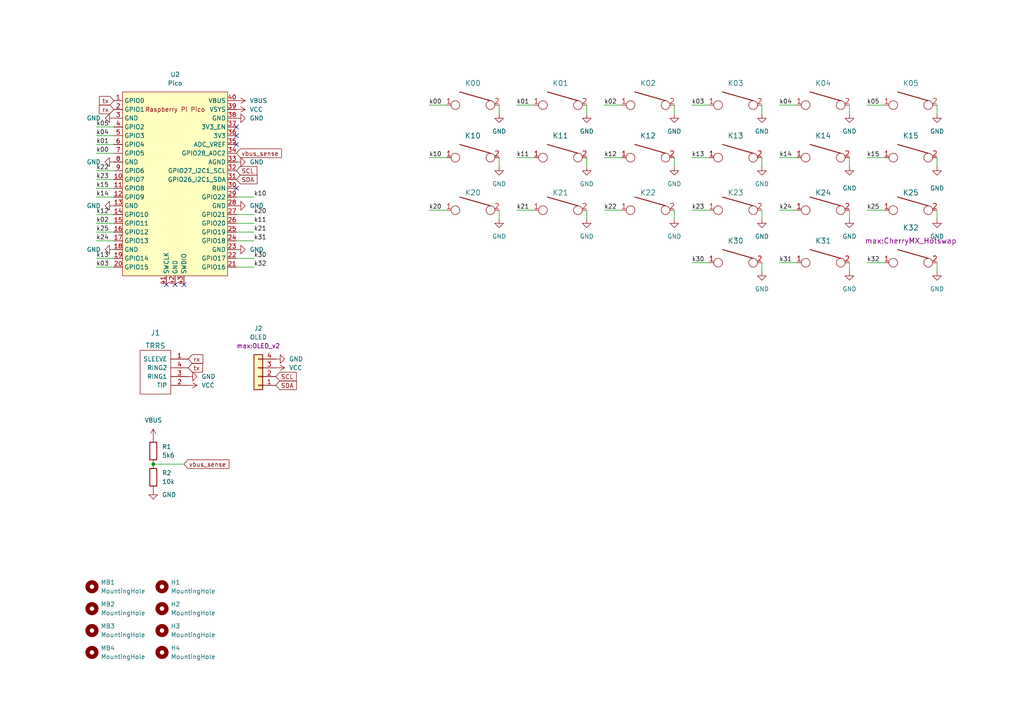
<source format=kicad_sch>
(kicad_sch (version 20211123) (generator eeschema)
  (paper "A4")
  (title_block (rev "rev1.0"))
  (lib_symbols
    (symbol "Device:R" (pin_numbers hide) (pin_names (offset 0))
      (property "Reference" "R" (at 2.032 0 90))
      (property "Value" "R" (at 0 0 90))
      (symbol "R_0_1"
        (rectangle (start -1.016 -2.54) (end 1.016 2.54) (stroke (width 0.254)))
      )
      (symbol "R_1_1"
        (pin passive line (at 0 3.81 270) (length 1.27) (name "~") (number "1"))
        (pin passive line (at 0 -3.81 90) (length 1.27) (name "~") (number "2"))
      )
    )
    (symbol "KiCad-RP-Pico:Pico"
      (property "Reference" "U2" (at 0 31.75 0))
      (property "Value" "Pico" (at 0 29.21 0))
      (symbol "Pico_0_0"
        (text "Raspberry Pi Pico" (at 0 21.59 0) (effects (font (size 1.27 1.27))))
      )
      (symbol "Pico_0_1"
        (rectangle (start -15.24 26.67) (end 15.24 -26.67) (fill (type background)))
      )
      (symbol "Pico_1_1"
        (pin bidirectional line (at -17.78 24.13 0) (length 2.54) (name "GPIO0") (number "1"))
        (pin bidirectional line (at -17.78 1.27 0) (length 2.54) (name "GPIO7") (number "10"))
        (pin bidirectional line (at -17.78 -1.27 0) (length 2.54) (name "GPIO8") (number "11"))
        (pin bidirectional line (at -17.78 -3.81 0) (length 2.54) (name "GPIO9") (number "12"))
        (pin power_in line (at -17.78 -6.35 0) (length 2.54) (name "GND") (number "13"))
        (pin bidirectional line (at -17.78 -8.89 0) (length 2.54) (name "GPIO10") (number "14"))
        (pin bidirectional line (at -17.78 -11.43 0) (length 2.54) (name "GPIO11") (number "15"))
        (pin bidirectional line (at -17.78 -13.97 0) (length 2.54) (name "GPIO12") (number "16"))
        (pin bidirectional line (at -17.78 -16.51 0) (length 2.54) (name "GPIO13") (number "17"))
        (pin power_in line (at -17.78 -19.05 0) (length 2.54) (name "GND") (number "18"))
        (pin bidirectional line (at -17.78 -21.59 0) (length 2.54) (name "GPIO14") (number "19"))
        (pin bidirectional line (at -17.78 21.59 0) (length 2.54) (name "GPIO1") (number "2"))
        (pin bidirectional line (at -17.78 -24.13 0) (length 2.54) (name "GPIO15") (number "20"))
        (pin bidirectional line (at 17.78 -24.13 180) (length 2.54) (name "GPIO16") (number "21"))
        (pin bidirectional line (at 17.78 -21.59 180) (length 2.54) (name "GPIO17") (number "22"))
        (pin power_in line (at 17.78 -19.05 180) (length 2.54) (name "GND") (number "23"))
        (pin bidirectional line (at 17.78 -16.51 180) (length 2.54) (name "GPIO18") (number "24"))
        (pin bidirectional line (at 17.78 -13.97 180) (length 2.54) (name "GPIO19") (number "25"))
        (pin bidirectional line (at 17.78 -11.43 180) (length 2.54) (name "GPIO20") (number "26"))
        (pin bidirectional line (at 17.78 -8.89 180) (length 2.54) (name "GPIO21") (number "27"))
        (pin power_in line (at 17.78 -6.35 180) (length 2.54) (name "GND") (number "28"))
        (pin bidirectional line (at 17.78 -3.81 180) (length 2.54) (name "GPIO22") (number "29"))
        (pin power_in line (at -17.78 19.05 0) (length 2.54) (name "GND") (number "3"))
        (pin input line (at 17.78 -1.27 180) (length 2.54) (name "RUN") (number "30"))
        (pin bidirectional line (at 17.78 1.27 180) (length 2.54) (name "GPIO26_I2C1_SDA") (number "31"))
        (pin bidirectional line (at 17.78 3.81 180) (length 2.54) (name "GPIO27_I2C1_SCL") (number "32"))
        (pin power_in line (at 17.78 6.35 180) (length 2.54) (name "AGND") (number "33"))
        (pin bidirectional line (at 17.78 8.89 180) (length 2.54) (name "GPIO28_ADC2") (number "34"))
        (pin power_in line (at 17.78 11.43 180) (length 2.54) (name "ADC_VREF") (number "35"))
        (pin power_in line (at 17.78 13.97 180) (length 2.54) (name "3V3") (number "36"))
        (pin input line (at 17.78 16.51 180) (length 2.54) (name "3V3_EN") (number "37"))
        (pin bidirectional line (at 17.78 19.05 180) (length 2.54) (name "GND") (number "38"))
        (pin power_in line (at 17.78 21.59 180) (length 2.54) (name "VSYS") (number "39"))
        (pin bidirectional line (at -17.78 16.51 0) (length 2.54) (name "GPIO2") (number "4"))
        (pin power_in line (at 17.78 24.13 180) (length 2.54) (name "VBUS") (number "40"))
        (pin input line (at -2.54 -29.21 90) (length 2.54) (name "SWCLK") (number "41"))
        (pin power_in line (at 0 -29.21 90) (length 2.54) (name "GND") (number "42"))
        (pin bidirectional line (at 2.54 -29.21 90) (length 2.54) (name "SWDIO") (number "43"))
        (pin bidirectional line (at -17.78 13.97 0) (length 2.54) (name "GPIO3") (number "5"))
        (pin bidirectional line (at -17.78 11.43 0) (length 2.54) (name "GPIO4") (number "6"))
        (pin bidirectional line (at -17.78 8.89 0) (length 2.54) (name "GPIO5") (number "7"))
        (pin power_in line (at -17.78 6.35 0) (length 2.54) (name "GND") (number "8"))
        (pin bidirectional line (at -17.78 3.81 0) (length 2.54) (name "GPIO6") (number "9"))
      )
    )
    (symbol "Mechanical:MountingHole" (pin_names (offset 1.016))
      (property "Reference" "H" (at 0 5.08 0))
      (property "Value" "MountingHole" (at 0 3.175 0))
      (symbol "MountingHole_0_1"
        (circle (center 0 0) (radius 1.27) (stroke (width 1.27)))
      )
    )
    (symbol "keebio:TRRS" (pin_names (offset 1.016))
      (property "Reference" "U" (at 0 15.24 0))
      (property "Value" "TRRS" (at 0 -2.54 0))
      (symbol "TRRS_0_1"
        (rectangle (start -3.81 0) (end -3.81 12.7))
        (rectangle (start -3.81 12.7) (end 5.08 12.7))
        (rectangle (start 5.08 0) (end -3.81 0))
        (rectangle (start 5.08 12.7) (end 5.08 0))
      )
      (symbol "TRRS_1_1"
        (pin input line (at -8.89 2.54 0) (length 5.08) (name "SLEEVE") (number "1"))
        (pin input line (at -8.89 10.16 0) (length 5.08) (name "TIP") (number "2"))
        (pin input line (at -8.89 7.62 0) (length 5.08) (name "RING1") (number "3"))
        (pin input line (at -8.89 5.08 0) (length 5.08) (name "RING2") (number "4"))
      )
    )
    (symbol "keyboard_parts:KEYSW" (pin_names (offset 1.016))
      (property "Reference" "K?" (at -1.27 0 0))
      (symbol "KEYSW_0_1"
        (circle (center -5.08 0) (radius 1.27))
        (polyline (pts (xy -5.08 1.27) (xy 3.81 3.81)) (stroke (width 0.254)))
        (circle (center 5.08 0) (radius 1.27))
      )
      (symbol "KEYSW_1_1"
        (pin passive line (at 7.62 0 180) (length 1.27) (name "~") (number "1"))
        (pin passive line (at -7.62 0 0) (length 1.27) (name "~") (number "2"))
      )
    )
    (symbol "max:Conn_01x04" (pin_names (offset 1.016) hide)
      (property "Reference" "J2" (at 0 8.89 0))
      (property "Value" "Conn_01x04" (at 0 -6.35 0))
      (symbol "Conn_01x04_1_1"
        (rectangle (start -1.27 -4.953) (end 0 -5.207) (stroke (width 0.1524)))
        (rectangle (start -1.27 -2.413) (end 0 -2.667) (stroke (width 0.1524)))
        (rectangle (start -1.27 0.127) (end 0 -0.127) (stroke (width 0.1524)))
        (rectangle (start -1.27 2.667) (end 0 2.413) (stroke (width 0.1524)))
        (rectangle (start -1.27 3.81) (end 1.27 -6.35) (stroke (width 0.254)) (fill (type background)))
        (pin passive line (at -5.08 2.54 0) (length 3.81) (name "Pin_1") (number "1"))
        (pin passive line (at -5.08 0 0) (length 3.81) (name "Pin_2") (number "2"))
        (pin passive line (at -5.08 -2.54 0) (length 3.81) (name "Pin_3") (number "3"))
        (pin passive line (at -5.08 -5.08 0) (length 3.81) (name "Pin_4") (number "4"))
      )
    )
    (symbol "power:GND" (power) (pin_names (offset 0))
      (property "Value" "GND" (at 0 -3.81 0))
      (symbol "GND_0_1"
        (polyline (pts (xy 0 0) (xy 0 -1.27) (xy 1.27 -1.27) (xy 0 -2.54) (xy -1.27 -1.27) (xy 0 -1.27)))
      )
      (symbol "GND_1_1"
        (pin power_in line (at 0 0 270) (length 0) hide (name "GND") (number "1"))
      )
    )
    (symbol "power:VBUS" (power) (pin_names (offset 0))
      (property "Value" "VBUS" (at 0 3.81 0))
      (symbol "VBUS_0_1"
        (polyline (pts (xy -0.762 1.27) (xy 0 2.54)))
        (polyline (pts (xy 0 0) (xy 0 2.54)))
        (polyline (pts (xy 0 2.54) (xy 0.762 1.27)))
      )
      (symbol "VBUS_1_1"
        (pin power_in line (at 0 0 90) (length 0) hide (name "VBUS") (number "1"))
      )
    )
    (symbol "power:VCC" (power) (pin_names (offset 0))
      (property "Value" "VCC" (at 0 3.81 0))
      (symbol "VCC_0_1"
        (polyline (pts (xy -0.762 1.27) (xy 0 2.54)))
        (polyline (pts (xy 0 0) (xy 0 2.54)))
        (polyline (pts (xy 0 2.54) (xy 0.762 1.27)))
      )
      (symbol "VCC_1_1"
        (pin power_in line (at 0 0 90) (length 0) hide (name "VCC") (number "1"))
      )
    )
  )
  (junction (at 44.45 134.62))
  (no_connect (at 53.34 82.55))
  (no_connect (at 50.8 82.55))
  (no_connect (at 48.26 82.55))
  (no_connect (at 68.58 39.37))
  (no_connect (at 68.58 41.91))
  (no_connect (at 68.58 36.83))
  (no_connect (at 68.58 54.61))
  (wire (pts (xy 149.86 60.96) (xy 154.94 60.96)))
  (wire (pts (xy 27.94 41.91) (xy 33.02 41.91)))
  (wire (pts (xy 200.66 45.72) (xy 205.74 45.72)))
  (wire (pts (xy 251.46 30.48) (xy 256.54 30.48)))
  (wire (pts (xy 124.46 45.72) (xy 129.54 45.72)))
  (wire (pts (xy 200.66 60.96) (xy 205.74 60.96)))
  (wire (pts (xy 68.58 67.31) (xy 73.66 67.31)))
  (wire (pts (xy 149.86 45.72) (xy 154.94 45.72)))
  (wire (pts (xy 27.94 49.53) (xy 33.02 49.53)))
  (wire (pts (xy 68.58 62.23) (xy 73.66 62.23)))
  (wire (pts (xy 27.94 74.93) (xy 33.02 74.93)))
  (wire (pts (xy 175.26 60.96) (xy 180.34 60.96)))
  (wire (pts (xy 251.46 60.96) (xy 256.54 60.96)))
  (wire (pts (xy 195.58 63.5) (xy 195.58 60.96)))
  (wire (pts (xy 144.78 63.5) (xy 144.78 60.96)))
  (wire (pts (xy 246.38 48.26) (xy 246.38 45.72)))
  (wire (pts (xy 220.98 48.26) (xy 220.98 45.72)))
  (wire (pts (xy 144.78 48.26) (xy 144.78 45.72)))
  (wire (pts (xy 27.94 67.31) (xy 33.02 67.31)))
  (wire (pts (xy 27.94 77.47) (xy 33.02 77.47)))
  (wire (pts (xy 175.26 45.72) (xy 180.34 45.72)))
  (wire (pts (xy 246.38 78.74) (xy 246.38 76.2)))
  (wire (pts (xy 271.78 48.26) (xy 271.78 45.72)))
  (wire (pts (xy 200.66 76.2) (xy 205.74 76.2)))
  (wire (pts (xy 226.06 45.72) (xy 231.14 45.72)))
  (wire (pts (xy 68.58 57.15) (xy 73.66 57.15)))
  (wire (pts (xy 200.66 30.48) (xy 205.74 30.48)))
  (wire (pts (xy 220.98 78.74) (xy 220.98 76.2)))
  (wire (pts (xy 271.78 63.5) (xy 271.78 60.96)))
  (wire (pts (xy 124.46 60.96) (xy 129.54 60.96)))
  (wire (pts (xy 27.94 69.85) (xy 33.02 69.85)))
  (wire (pts (xy 27.94 54.61) (xy 33.02 54.61)))
  (wire (pts (xy 144.78 33.02) (xy 144.78 30.48)))
  (wire (pts (xy 195.58 48.26) (xy 195.58 45.72)))
  (wire (pts (xy 170.18 63.5) (xy 170.18 60.96)))
  (wire (pts (xy 246.38 63.5) (xy 246.38 60.96)))
  (wire (pts (xy 226.06 30.48) (xy 231.14 30.48)))
  (wire (pts (xy 124.46 30.48) (xy 129.54 30.48)))
  (wire (pts (xy 27.94 39.37) (xy 33.02 39.37)))
  (wire (pts (xy 27.94 57.15) (xy 33.02 57.15)))
  (wire (pts (xy 170.18 48.26) (xy 170.18 45.72)))
  (wire (pts (xy 175.26 30.48) (xy 180.34 30.48)))
  (wire (pts (xy 68.58 74.93) (xy 73.66 74.93)))
  (wire (pts (xy 27.94 36.83) (xy 33.02 36.83)))
  (wire (pts (xy 27.94 64.77) (xy 33.02 64.77)))
  (wire (pts (xy 44.45 134.62) (xy 53.34 134.62)))
  (wire (pts (xy 68.58 77.47) (xy 73.66 77.47)))
  (wire (pts (xy 195.58 33.02) (xy 195.58 30.48)))
  (wire (pts (xy 251.46 45.72) (xy 256.54 45.72)))
  (wire (pts (xy 27.94 44.45) (xy 33.02 44.45)))
  (wire (pts (xy 226.06 60.96) (xy 231.14 60.96)))
  (wire (pts (xy 68.58 64.77) (xy 73.66 64.77)))
  (wire (pts (xy 170.18 33.02) (xy 170.18 30.48)))
  (wire (pts (xy 226.06 76.2) (xy 231.14 76.2)))
  (wire (pts (xy 271.78 33.02) (xy 271.78 30.48)))
  (wire (pts (xy 246.38 33.02) (xy 246.38 30.48)))
  (wire (pts (xy 251.46 76.2) (xy 256.54 76.2)))
  (wire (pts (xy 220.98 33.02) (xy 220.98 30.48)))
  (wire (pts (xy 27.94 52.07) (xy 33.02 52.07)))
  (wire (pts (xy 27.94 62.23) (xy 33.02 62.23)))
  (wire (pts (xy 149.86 30.48) (xy 154.94 30.48)))
  (wire (pts (xy 68.58 69.85) (xy 73.66 69.85)))
  (wire (pts (xy 271.78 78.74) (xy 271.78 76.2)))
  (wire (pts (xy 220.98 63.5) (xy 220.98 60.96)))
  (label "k11" (at 73.66 64.77 0))
  (label "k21" (at 73.66 67.31 0))
  (label "k13" (at 27.94 74.93 0))
  (label "k30" (at 200.66 76.2 0))
  (label "k02" (at 175.26 30.48 0))
  (label "k04" (at 226.06 30.48 0))
  (label "k20" (at 73.66 62.23 0))
  (label "k00" (at 27.94 44.45 0))
  (label "k01" (at 27.94 41.91 0))
  (label "k00" (at 124.46 30.48 0))
  (label "k03" (at 200.66 30.48 0))
  (label "k15" (at 251.46 45.72 0))
  (label "k23" (at 200.66 60.96 0))
  (label "k10" (at 73.66 57.15 0))
  (label "k24" (at 226.06 60.96 0))
  (label "k05" (at 251.46 30.48 0))
  (label "k32" (at 73.66 77.47 0))
  (label "k22" (at 175.26 60.96 0))
  (label "k03" (at 27.94 77.47 0))
  (label "k02" (at 27.94 64.77 0))
  (label "k01" (at 149.86 30.48 0))
  (label "k22" (at 27.94 49.53 0))
  (label "k10" (at 124.46 45.72 0))
  (label "k12" (at 27.94 62.23 0))
  (label "k30" (at 73.66 74.93 0))
  (label "k31" (at 73.66 69.85 0))
  (label "k24" (at 27.94 69.85 0))
  (label "k32" (at 251.46 76.2 0))
  (label "k14" (at 226.06 45.72 0))
  (label "k12" (at 175.26 45.72 0))
  (label "k23" (at 27.94 52.07 0))
  (label "k11" (at 149.86 45.72 0))
  (label "k15" (at 27.94 54.61 0))
  (label "k25" (at 27.94 67.31 0))
  (label "k04" (at 27.94 39.37 0))
  (label "k31" (at 226.06 76.2 0))
  (label "k13" (at 200.66 45.72 0))
  (label "k21" (at 149.86 60.96 0))
  (label "k25" (at 251.46 60.96 0))
  (label "k05" (at 27.94 36.83 0))
  (label "k14" (at 27.94 57.15 0))
  (label "k20" (at 124.46 60.96 0))
  (global_label "SDA" (shape input) (at 68.58 52.07 0) (property "Intersheet References" "${INTERSHEET_REFS}" (effects hide)))
  (global_label "SDA" (shape input) (at 80.01 111.76 0) (property "Intersheet References" "${INTERSHEET_REFS}" (effects hide)))
  (global_label "SCL" (shape input) (at 68.58 49.53 0) (property "Intersheet References" "${INTERSHEET_REFS}" (effects hide)))
  (global_label "rx" (shape input) (at 54.61 104.14 0) (property "Intersheet References" "${INTERSHEET_REFS}" (effects hide)))
  (global_label "vbus_sense" (shape input) (at 53.34 134.62 0) (property "Intersheet References" "${INTERSHEET_REFS}" (effects hide)))
  (global_label "SCL" (shape input) (at 80.01 109.22 0) (property "Intersheet References" "${INTERSHEET_REFS}" (effects hide)))
  (global_label "tx" (shape input) (at 54.61 106.68 0) (property "Intersheet References" "${INTERSHEET_REFS}" (effects hide)))
  (global_label "tx" (shape input) (at 33.02 29.21 180) (property "Intersheet References" "${INTERSHEET_REFS}" (effects hide)))
  (global_label "vbus_sense" (shape input) (at 68.58 44.45 0) (property "Intersheet References" "${INTERSHEET_REFS}" (effects hide)))
  (global_label "rx" (shape input) (at 33.02 31.75 180) (property "Intersheet References" "${INTERSHEET_REFS}" (effects hide)))
  (symbol (lib_id "keyboard_parts:KEYSW") (at 264.16 76.2 0) (mirror y) (unit 1)
    (property "Reference" "K32" (at 264.16 66.04 0) (effects (font (size 1.524 1.524))))
    (property "Value" "KEYSW" (effects hide))
    (property "Footprint" "max:CherryMX_Hotswap" (at 264.16 69.85 0) (effects (font (size 1.524 1.524))))
  )
  (symbol (lib_id "Mechanical:MountingHole") (at 26.67 182.88 0) (unit 1)
    (property "Reference" "MB3" (at 29.21 181.6099 0) (effects (justify left)))
    (property "Value" "MountingHole" (at 29.21 184.1499 0) (effects (justify left)))
    (property "Footprint" "beekeeb_lib:mousebites_3" (effects hide))
  )
  (symbol (lib_id "power:GND") (at 195.58 48.26 0) (unit 1)
    (property "Reference" "#PWR0104" (effects hide))
    (property "Value" "GND" (at 195.58 53.34 0))
  )
  (symbol (lib_id "power:VBUS") (at 68.58 29.21 270) (unit 1)
    (property "Reference" "#PWR0124" (effects hide))
    (property "Value" "VBUS" (at 72.39 29.2099 90) (effects (justify left)))
  )
  (symbol (lib_id "power:GND") (at 33.02 59.69 270) (unit 1)
    (property "Reference" "#PWR0128" (effects hide))
    (property "Value" "GND" (at 29.21 59.6899 90) (effects (justify right)))
  )
  (symbol (lib_id "keyboard_parts:KEYSW") (at 238.76 60.96 0) (mirror y) (unit 1)
    (property "Reference" "K24" (at 238.76 55.88 0) (effects (font (size 1.524 1.524))))
    (property "Value" "KEYSW" (effects hide))
    (property "Footprint" "max:CherryMX_Hotswap" (effects hide))
  )
  (symbol (lib_id "power:GND") (at 68.58 46.99 90) (unit 1)
    (property "Reference" "#PWR0111" (effects hide))
    (property "Value" "GND" (at 72.39 46.9899 90) (effects (justify right)))
  )
  (symbol (lib_id "power:GND") (at 54.61 109.22 90) (unit 1)
    (property "Reference" "#PWR0126" (effects hide))
    (property "Value" "GND" (at 58.42 109.2199 90) (effects (justify right)))
  )
  (symbol (lib_id "keyboard_parts:KEYSW") (at 137.16 30.48 0) (mirror y) (unit 1)
    (property "Reference" "K00" (at 137.16 24.13 0) (effects (font (size 1.524 1.524))))
    (property "Value" "KEYSW" (effects hide))
    (property "Footprint" "max:CherryMX_Hotswap" (effects hide))
  )
  (symbol (lib_id "Mechanical:MountingHole") (at 46.99 189.23 0) (unit 1)
    (property "Reference" "H4" (at 49.53 187.9599 0) (effects (justify left)))
    (property "Value" "MountingHole" (at 49.53 190.4999 0) (effects (justify left)))
    (property "Footprint" "beekeeb_lib:MountingHole_2.2mm_M2-8mm" (effects hide))
  )
  (symbol (lib_id "power:VBUS") (at 44.45 127 0) (unit 1)
    (property "Reference" "#PWR0125" (effects hide))
    (property "Value" "VBUS" (at 44.45 121.92 0))
  )
  (symbol (lib_id "keyboard_parts:KEYSW") (at 264.16 45.72 0) (mirror y) (unit 1)
    (property "Reference" "K15" (at 264.16 39.37 0) (effects (font (size 1.524 1.524))))
    (property "Value" "KEYSW" (effects hide))
    (property "Footprint" "max:CherryMX_Hotswap" (effects hide))
  )
  (symbol (lib_id "power:GND") (at 144.78 48.26 0) (unit 1)
    (property "Reference" "#PWR0107" (effects hide))
    (property "Value" "GND" (at 144.78 53.34 0))
  )
  (symbol (lib_id "power:GND") (at 195.58 63.5 0) (unit 1)
    (property "Reference" "#PWR0105" (effects hide))
    (property "Value" "GND" (at 195.58 68.58 0))
  )
  (symbol (lib_id "Mechanical:MountingHole") (at 26.67 176.53 0) (unit 1)
    (property "Reference" "MB2" (at 29.21 175.2599 0) (effects (justify left)))
    (property "Value" "MountingHole" (at 29.21 177.7999 0) (effects (justify left)))
    (property "Footprint" "beekeeb_lib:mousebites_2" (effects hide))
  )
  (symbol (lib_id "Mechanical:MountingHole") (at 46.99 176.53 0) (unit 1)
    (property "Reference" "H2" (at 49.53 175.2599 0) (effects (justify left)))
    (property "Value" "MountingHole" (at 49.53 177.7999 0) (effects (justify left)))
    (property "Footprint" "beekeeb_lib:MountingHole_2.2mm_M2-8mm" (effects hide))
  )
  (symbol (lib_id "keyboard_parts:KEYSW") (at 213.36 30.48 0) (mirror y) (unit 1)
    (property "Reference" "K03" (at 213.36 24.13 0) (effects (font (size 1.524 1.524))))
    (property "Value" "KEYSW" (effects hide))
    (property "Footprint" "max:CherryMX_Hotswap" (effects hide))
  )
  (symbol (lib_id "power:GND") (at 246.38 63.5 0) (unit 1)
    (property "Reference" "#PWR0121" (effects hide))
    (property "Value" "GND" (at 246.38 68.58 0))
  )
  (symbol (lib_id "keyboard_parts:KEYSW") (at 187.96 30.48 0) (mirror y) (unit 1)
    (property "Reference" "K02" (at 187.96 24.13 0) (effects (font (size 1.524 1.524))))
    (property "Value" "KEYSW" (effects hide))
    (property "Footprint" "max:CherryMX_Hotswap" (effects hide))
  )
  (symbol (lib_id "keyboard_parts:KEYSW") (at 162.56 45.72 0) (mirror y) (unit 1)
    (property "Reference" "K11" (at 162.56 39.37 0) (effects (font (size 1.524 1.524))))
    (property "Value" "KEYSW" (effects hide))
    (property "Footprint" "max:CherryMX_Hotswap" (effects hide))
  )
  (symbol (lib_id "power:GND") (at 80.01 104.14 90) (unit 1)
    (property "Reference" "#PWR0136" (effects hide))
    (property "Value" "GND" (at 83.82 104.1399 90) (effects (justify right)))
  )
  (symbol (lib_id "keyboard_parts:KEYSW") (at 187.96 60.96 0) (mirror y) (unit 1)
    (property "Reference" "K22" (at 187.96 55.88 0) (effects (font (size 1.524 1.524))))
    (property "Value" "KEYSW" (effects hide))
    (property "Footprint" "max:CherryMX_Hotswap" (effects hide))
  )
  (symbol (lib_id "power:GND") (at 271.78 33.02 0) (unit 1)
    (property "Reference" "#PWR0115" (effects hide))
    (property "Value" "GND" (at 271.78 38.1 0))
  )
  (symbol (lib_id "power:GND") (at 271.78 63.5 0) (unit 1)
    (property "Reference" "#PWR0118" (effects hide))
    (property "Value" "GND" (at 271.78 68.58 0))
  )
  (symbol (lib_id "power:GND") (at 271.78 78.74 0) (unit 1)
    (property "Reference" "#PWR0117" (effects hide))
    (property "Value" "GND" (at 271.78 83.82 0))
  )
  (symbol (lib_id "Mechanical:MountingHole") (at 26.67 170.18 0) (unit 1)
    (property "Reference" "MB1" (at 29.21 168.9099 0) (effects (justify left)))
    (property "Value" "MountingHole" (at 29.21 171.4499 0) (effects (justify left)))
    (property "Footprint" "beekeeb_lib:mousebites_2" (effects hide))
  )
  (symbol (lib_id "power:GND") (at 246.38 48.26 0) (unit 1)
    (property "Reference" "#PWR0119" (effects hide))
    (property "Value" "GND" (at 246.38 54.61 0))
  )
  (symbol (lib_id "power:GND") (at 170.18 63.5 0) (unit 1)
    (property "Reference" "#PWR0101" (effects hide))
    (property "Value" "GND" (at 170.18 68.58 0))
  )
  (symbol (lib_id "keyboard_parts:KEYSW") (at 238.76 30.48 0) (mirror y) (unit 1)
    (property "Reference" "K04" (at 238.76 24.13 0) (effects (font (size 1.524 1.524))))
    (property "Value" "KEYSW" (effects hide))
    (property "Footprint" "max:CherryMX_Hotswap" (effects hide))
  )
  (symbol (lib_id "power:GND") (at 246.38 78.74 0) (unit 1)
    (property "Reference" "#PWR0120" (effects hide))
    (property "Value" "GND" (at 246.38 83.82 0))
  )
  (symbol (lib_id "power:GND") (at 68.58 72.39 90) (unit 1)
    (property "Reference" "#PWR0135" (effects hide))
    (property "Value" "GND" (at 72.39 72.3899 90) (effects (justify right)))
  )
  (symbol (lib_id "Device:R") (at 44.45 138.43 0) (unit 1)
    (property "Reference" "R2" (at 46.99 137.1599 0) (effects (justify left)))
    (property "Value" "10k" (at 46.99 139.6999 0) (effects (justify left)))
    (property "Footprint" "Resistor_SMD:R_1206_3216Metric_Pad1.30x1.75mm_HandSolder" (effects hide))
  )
  (symbol (lib_id "keyboard_parts:KEYSW") (at 213.36 76.2 0) (mirror y) (unit 1)
    (property "Reference" "K30" (at 213.36 69.85 0) (effects (font (size 1.524 1.524))))
    (property "Value" "KEYSW" (effects hide))
    (property "Footprint" "max:CherryMX_Hotswap" (effects hide))
  )
  (symbol (lib_id "power:GND") (at 246.38 33.02 0) (unit 1)
    (property "Reference" "#PWR0112" (effects hide))
    (property "Value" "GND" (at 246.38 38.1 0))
  )
  (symbol (lib_id "power:GND") (at 33.02 72.39 270) (unit 1)
    (property "Reference" "#PWR0129" (effects hide))
    (property "Value" "GND" (at 29.21 72.3899 90) (effects (justify right)))
  )
  (symbol (lib_id "keebio:TRRS") (at 45.72 101.6 180) (unit 1)
    (property "Reference" "J1" (at 45.085 96.52 0) (effects (font (size 1.524 1.524))))
    (property "Value" "TRRS" (at 45.085 100.33 0) (effects (font (size 1.524 1.524))))
    (property "Footprint" "Keebio-Parts:TRRS-PJ-320A" (effects hide))
  )
  (symbol (lib_id "power:GND") (at 68.58 34.29 90) (unit 1)
    (property "Reference" "#PWR0132" (effects hide))
    (property "Value" "GND" (at 72.39 34.2899 90) (effects (justify right)))
  )
  (symbol (lib_id "KiCad-RP-Pico:Pico") (at 50.8 53.34 0) (unit 1)
    (property "Reference" "U2" (at 50.8 21.59 0))
    (property "Value" "Pico" (at 50.8 24.13 0))
    (property "Footprint" "RPi_Pico:RPi_Pico_SMD_TH" (effects hide))
  )
  (symbol (lib_id "keyboard_parts:KEYSW") (at 137.16 60.96 0) (mirror y) (unit 1)
    (property "Reference" "K20" (at 137.16 55.88 0) (effects (font (size 1.524 1.524))))
    (property "Value" "KEYSW" (effects hide))
    (property "Footprint" "max:CherryMX_Hotswap" (effects hide))
  )
  (symbol (lib_id "power:GND") (at 44.45 142.24 0) (unit 1)
    (property "Reference" "#PWR0127" (effects hide))
    (property "Value" "GND" (at 46.99 143.5099 0) (effects (justify left)))
  )
  (symbol (lib_id "power:VCC") (at 68.58 31.75 270) (unit 1)
    (property "Reference" "#PWR0133" (effects hide))
    (property "Value" "VCC" (at 72.39 31.7499 90) (effects (justify left)))
  )
  (symbol (lib_id "power:GND") (at 271.78 48.26 0) (unit 1)
    (property "Reference" "#PWR0116" (effects hide))
    (property "Value" "GND" (at 271.78 54.61 0))
  )
  (symbol (lib_id "keyboard_parts:KEYSW") (at 213.36 60.96 0) (mirror y) (unit 1)
    (property "Reference" "K23" (at 213.36 55.88 0) (effects (font (size 1.524 1.524))))
    (property "Value" "KEYSW" (effects hide))
    (property "Footprint" "max:CherryMX_Hotswap" (effects hide))
  )
  (symbol (lib_id "power:GND") (at 68.58 59.69 90) (unit 1)
    (property "Reference" "#PWR0134" (effects hide))
    (property "Value" "GND" (at 72.39 59.6899 90) (effects (justify right)))
  )
  (symbol (lib_id "keyboard_parts:KEYSW") (at 137.16 45.72 0) (mirror y) (unit 1)
    (property "Reference" "K10" (at 137.16 39.37 0) (effects (font (size 1.524 1.524))))
    (property "Value" "KEYSW" (effects hide))
    (property "Footprint" "max:CherryMX_Hotswap" (effects hide))
  )
  (symbol (lib_id "keyboard_parts:KEYSW") (at 162.56 30.48 0) (mirror y) (unit 1)
    (property "Reference" "K01" (at 162.56 24.13 0) (effects (font (size 1.524 1.524))))
    (property "Value" "KEYSW" (effects hide))
    (property "Footprint" "max:CherryMX_Hotswap" (effects hide))
  )
  (symbol (lib_id "keyboard_parts:KEYSW") (at 264.16 60.96 0) (mirror y) (unit 1)
    (property "Reference" "K25" (at 264.16 55.88 0) (effects (font (size 1.524 1.524))))
    (property "Value" "KEYSW" (effects hide))
    (property "Footprint" "max:CherryMX_Hotswap" (effects hide))
  )
  (symbol (lib_id "power:GND") (at 33.02 46.99 270) (unit 1)
    (property "Reference" "#PWR0131" (effects hide))
    (property "Value" "GND" (at 29.21 46.9899 90) (effects (justify right)))
  )
  (symbol (lib_id "keyboard_parts:KEYSW") (at 238.76 76.2 0) (mirror y) (unit 1)
    (property "Reference" "K31" (at 238.76 69.85 0) (effects (font (size 1.524 1.524))))
    (property "Value" "KEYSW" (effects hide))
    (property "Footprint" "max:CherryMX_Hotswap" (effects hide))
  )
  (symbol (lib_id "Mechanical:MountingHole") (at 46.99 182.88 0) (unit 1)
    (property "Reference" "H3" (at 49.53 181.6099 0) (effects (justify left)))
    (property "Value" "MountingHole" (at 49.53 184.1499 0) (effects (justify left)))
    (property "Footprint" "beekeeb_lib:MountingHole_2.2mm_M2-8mm" (effects hide))
  )
  (symbol (lib_id "power:GND") (at 220.98 33.02 0) (unit 1)
    (property "Reference" "#PWR0123" (effects hide))
    (property "Value" "GND" (at 220.98 38.1 0))
  )
  (symbol (lib_id "keyboard_parts:KEYSW") (at 238.76 45.72 0) (mirror y) (unit 1)
    (property "Reference" "K14" (at 238.76 39.37 0) (effects (font (size 1.524 1.524))))
    (property "Value" "KEYSW" (effects hide))
    (property "Footprint" "max:CherryMX_Hotswap" (effects hide))
  )
  (symbol (lib_id "Mechanical:MountingHole") (at 26.67 189.23 0) (unit 1)
    (property "Reference" "MB4" (at 29.21 187.9599 0) (effects (justify left)))
    (property "Value" "MountingHole" (at 29.21 190.4999 0) (effects (justify left)))
    (property "Footprint" "beekeeb_lib:mousebites_3" (effects hide))
  )
  (symbol (lib_id "power:GND") (at 144.78 33.02 0) (unit 1)
    (property "Reference" "#PWR0109" (effects hide))
    (property "Value" "GND" (at 144.78 38.1 0))
  )
  (symbol (lib_id "power:GND") (at 33.02 34.29 270) (unit 1)
    (property "Reference" "#PWR0130" (effects hide))
    (property "Value" "GND" (at 29.21 34.2899 90) (effects (justify right)))
  )
  (symbol (lib_id "keyboard_parts:KEYSW") (at 213.36 45.72 0) (mirror y) (unit 1)
    (property "Reference" "K13" (at 213.36 39.37 0) (effects (font (size 1.524 1.524))))
    (property "Value" "KEYSW" (effects hide))
    (property "Footprint" "max:CherryMX_Hotswap" (effects hide))
  )
  (symbol (lib_id "power:GND") (at 195.58 33.02 0) (unit 1)
    (property "Reference" "#PWR0103" (effects hide))
    (property "Value" "GND" (at 195.58 38.1 0))
  )
  (symbol (lib_id "power:GND") (at 220.98 48.26 0) (unit 1)
    (property "Reference" "#PWR0122" (effects hide))
    (property "Value" "GND" (at 220.98 53.34 0))
  )
  (symbol (lib_id "keyboard_parts:KEYSW") (at 162.56 60.96 0) (mirror y) (unit 1)
    (property "Reference" "K21" (at 162.56 55.88 0) (effects (font (size 1.524 1.524))))
    (property "Value" "KEYSW" (effects hide))
    (property "Footprint" "max:CherryMX_Hotswap" (effects hide))
  )
  (symbol (lib_id "keyboard_parts:KEYSW") (at 187.96 45.72 0) (mirror y) (unit 1)
    (property "Reference" "K12" (at 187.96 39.37 0) (effects (font (size 1.524 1.524))))
    (property "Value" "KEYSW" (effects hide))
    (property "Footprint" "max:CherryMX_Hotswap" (effects hide))
  )
  (symbol (lib_id "power:GND") (at 220.98 78.74 0) (unit 1)
    (property "Reference" "#PWR0113" (effects hide))
    (property "Value" "GND" (at 220.98 83.82 0))
  )
  (symbol (lib_id "power:GND") (at 170.18 33.02 0) (unit 1)
    (property "Reference" "#PWR0106" (effects hide))
    (property "Value" "GND" (at 170.18 38.1 0))
  )
  (symbol (lib_id "power:GND") (at 170.18 48.26 0) (unit 1)
    (property "Reference" "#PWR0102" (effects hide))
    (property "Value" "GND" (at 170.18 53.34 0))
  )
  (symbol (lib_id "Mechanical:MountingHole") (at 46.99 170.18 0) (unit 1)
    (property "Reference" "H1" (at 49.53 168.9099 0) (effects (justify left)))
    (property "Value" "MountingHole" (at 49.53 171.4499 0) (effects (justify left)))
    (property "Footprint" "beekeeb_lib:MountingHole_2.2mm_M2-8mm" (effects hide))
  )
  (symbol (lib_id "power:GND") (at 220.98 63.5 0) (unit 1)
    (property "Reference" "#PWR0114" (effects hide))
    (property "Value" "GND" (at 220.98 68.58 0))
  )
  (symbol (lib_id "power:VCC") (at 80.01 106.68 270) (unit 1)
    (property "Reference" "#PWR0137" (effects hide))
    (property "Value" "VCC" (at 83.82 106.6799 90) (effects (justify left)))
  )
  (symbol (lib_id "Device:R") (at 44.45 130.81 0) (unit 1)
    (property "Reference" "R1" (at 46.99 129.5399 0) (effects (justify left)))
    (property "Value" "5k6" (at 46.99 132.0799 0) (effects (justify left)))
    (property "Footprint" "Resistor_SMD:R_1206_3216Metric_Pad1.30x1.75mm_HandSolder" (effects hide))
  )
  (symbol (lib_id "power:GND") (at 144.78 63.5 0) (unit 1)
    (property "Reference" "#PWR0108" (effects hide))
    (property "Value" "GND" (at 144.78 68.58 0))
  )
  (symbol (lib_id "power:VCC") (at 54.61 111.76 270) (unit 1)
    (property "Reference" "#PWR0110" (effects hide))
    (property "Value" "VCC" (at 58.42 111.7599 90) (effects (justify left)))
  )
  (symbol (lib_id "max:Conn_01x04") (at 74.93 109.22 180) (unit 1)
    (property "Reference" "J2" (at 74.93 95.25 0))
    (property "Value" "OLED" (at 74.93 97.79 0))
    (property "Footprint" "max:OLED_v2" (at 74.93 100.33 0))
  )
  (symbol (lib_id "keyboard_parts:KEYSW") (at 264.16 30.48 0) (mirror y) (unit 1)
    (property "Reference" "K05" (at 264.16 24.13 0) (effects (font (size 1.524 1.524))))
    (property "Value" "KEYSW" (effects hide))
    (property "Footprint" "max:CherryMX_Hotswap" (effects hide))
  )
)
</source>
